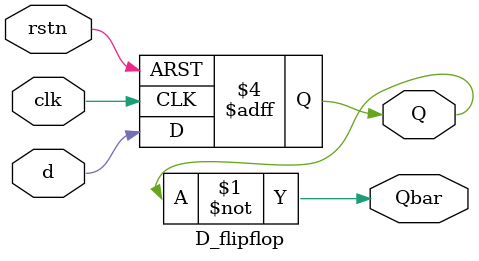
<source format=v>
module D_flipflop (d , rstn , clk , Q , Qbar);
input d , rstn , clk ;
output reg Q ;
output Qbar ;
assign Qbar = ~ Q ;

always @ (posedge clk or negedge rstn) begin
    if (~rstn) begin
        Q <=0 ;
    end
    else begin
        Q <= d ;
    end
end
endmodule 
</source>
